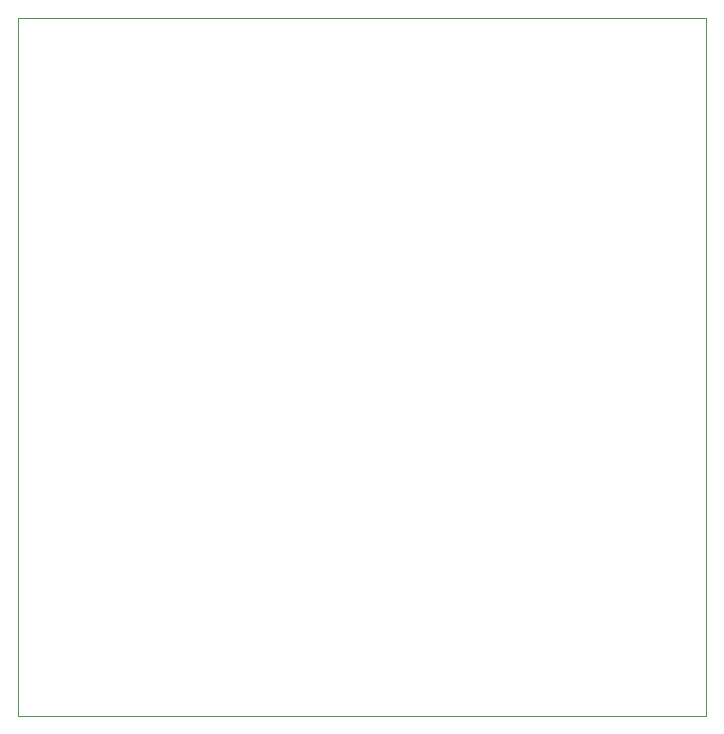
<source format=gbr>
%TF.GenerationSoftware,KiCad,Pcbnew,9.0.4*%
%TF.CreationDate,2025-10-25T17:12:59+05:30*%
%TF.ProjectId,Buck,4275636b-2e6b-4696-9361-645f70636258,rev?*%
%TF.SameCoordinates,Original*%
%TF.FileFunction,Profile,NP*%
%FSLAX46Y46*%
G04 Gerber Fmt 4.6, Leading zero omitted, Abs format (unit mm)*
G04 Created by KiCad (PCBNEW 9.0.4) date 2025-10-25 17:12:59*
%MOMM*%
%LPD*%
G01*
G04 APERTURE LIST*
%TA.AperFunction,Profile*%
%ADD10C,0.050000*%
%TD*%
G04 APERTURE END LIST*
D10*
X147370800Y-50088800D02*
X205689200Y-50088800D01*
X205689200Y-109220000D01*
X147370800Y-109220000D01*
X147370800Y-50088800D01*
M02*

</source>
